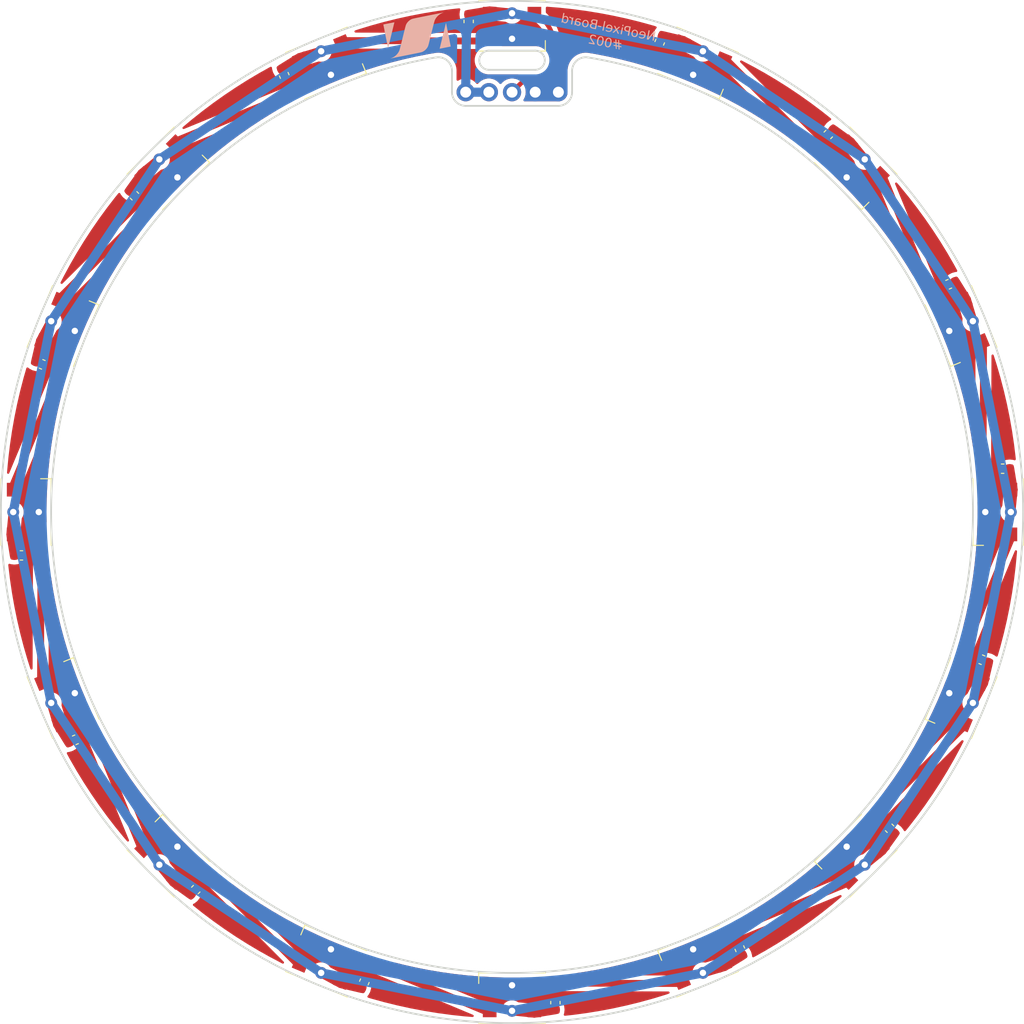
<source format=kicad_pcb>
(kicad_pcb (version 20240108) (generator "pcbnew") (generator_version "8.0")
  (layers (0 "F.Cu" signal) (31 "B.Cu" signal) (34 "B.Paste" user) (35 "F.Paste" user) (36 "B.SilkS" user "B.Silkscreen") (37 "F.SilkS" user "F.Silkscreen") (38 "B.Mask" user) (39 "F.Mask" user) (44 "Edge.Cuts" user))
  (net 0 "")
  (net 1 "+5V")
  (net 2 "GND")
  (net 3 "Net-(D1-DOUT)")
  (net 4 "NeoPixel_PWM")
  (net 5 "Net-(D2-DOUT)")
  (net 6 "Net-(D3-DOUT)")
  (net 7 "Net-(D4-DOUT)")
  (net 8 "Net-(D5-DOUT)")
  (net 9 "Net-(D6-DOUT)")
  (net 10 "Net-(D7-DOUT)")
  (net 11 "Net-(D8-DOUT)")
  (net 12 "Net-(D10-DIN)")
  (net 13 "Net-(D10-DOUT)")
  (net 14 "Net-(D11-DOUT)")
  (net 15 "Net-(D12-DOUT)")
  (net 16 "Net-(D13-DOUT)")
  (net 17 "Net-(D14-DOUT)")
  (net 18 "Net-(D15-DOUT)")
  (footprint "@2024TOINIOT2-NeoPixel:WS2812B 5.0x5.0mm" (layer "F.Cu") (at 37.653436 37.653436 -135)
    (property "Reference" "D11" (hide yes))
    (property "Value" "WS2812B")
    (fp_line (start 3.65 2.75) (end 3.65 1.6) (stroke (width 0.12)) (layer "F.SilkS"))
    (fp_line (start -3.65 2.75) (end 3.65 2.75) (stroke (width 0.12)) (layer "F.SilkS"))
    (fp_line (start -3.65 -2.75) (end 3.65 -2.75) (stroke (width 0.12)) (layer "F.SilkS"))
    (pad "1" smd rect (at -2.45 -1.65 225) (size 1.5 0.9) (layers "F.Cu" "F.Paste" "F.Mask") (net 1 "+5V"))
    (pad "1" thru_hole circle (at 0 -1.399999 225) (size 1.3 1.3) (drill 0.7) (layers "*.Cu" "*.Mask") (net 1 "+5V"))
    (pad "2" smd rect (at -2.45 1.65 225) (size 1.5 0.9) (layers "F.Cu" "F.Paste" "F.Mask") (net 14 "Net-(D11-DOUT)"))
    (pad "3" thru_hole circle (at 0 1.399999 225) (size 1.3 1.3) (drill 0.7) (layers "*.Cu" "*.Mask") (net 2 "GND"))
    (pad "3" smd rect (at 2.45 1.65 225) (size 1.5 0.9) (layers "F.Cu" "F.Paste" "F.Mask") (net 2 "GND"))
    (pad "4" smd rect (at 2.45 -1.65 225) (size 1.5 0.9) (layers "F.Cu" "F.Paste" "F.Mask") (net 13 "Net-(D10-DOUT)"))
  )
  (footprint "@2024TOINIOT2-NeoPixel:WS2812B 5.0x5.0mm" (layer "F.Cu") (at 0 -53.25)
    (property "Reference" "D1" (hide yes))
    (property "Value" "WS2812B")
    (fp_line (start -3.65 -2.75) (end 3.65 -2.75) (stroke (width 0.12)) (layer "F.SilkS"))
    (fp_line (start -3.65 2.75) (end 3.65 2.75) (stroke (width 0.12)) (layer "F.SilkS"))
    (fp_line (start 3.65 2.75) (end 3.65 1.6) (stroke (width 0.12)) (layer "F.SilkS"))
    (pad "1" smd rect (at -2.45 -1.65) (size 1.5 0.9) (layers "F.Cu" "F.Paste" "F.Mask") (net 1 "+5V"))
    (pad "1" thru_hole circle (at 0 -1.4) (size 1.3 1.3) (drill 0.7) (layers "*.Cu" "*.Mask") (net 1 "+5V"))
    (pad "2" smd rect (at -2.45 1.65) (size 1.5 0.9) (layers "F.Cu" "F.Paste" "F.Mask") (net 3 "Net-(D1-DOUT)"))
    (pad "3" thru_hole circle (at 0 1.4) (size 1.3 1.3) (drill 0.7) (layers "*.Cu" "*.Mask") (net 2 "GND"))
    (pad "3" smd rect (at 2.45 1.65) (size 1.5 0.9) (layers "F.Cu" "F.Paste" "F.Mask") (net 2 "GND"))
    (pad "4" smd rect (at 2.45 -1.65) (size 1.5 0.9) (layers "F.Cu" "F.Paste" "F.Mask") (net 4 "NeoPixel_PWM"))
  )
  (footprint "@2024TOINIOT2-NeoPixel:WS2812B 5.0x5.0mm" (layer "F.Cu") (at 53.25 0 -90)
    (property "Reference" "D13" (hide yes))
    (property "Value" "WS2812B")
    (fp_line (start -3.65 2.75) (end 3.65 2.75) (stroke (width 0.12)) (layer "F.SilkS"))
    (fp_line (start 3.65 2.75) (end 3.65 1.6) (stroke (width 0.12)) (layer "F.SilkS"))
    (fp_line (start -3.65 -2.75) (end 3.65 -2.75) (stroke (width 0.12)) (layer "F.SilkS"))
    (pad "1" smd rect (at -2.45 -1.65 270) (size 1.5 0.9) (layers "F.Cu" "F.Paste" "F.Mask") (net 1 "+5V"))
    (pad "1" thru_hole circle (at 0 -1.4 270) (size 1.3 1.3) (drill 0.7) (layers "*.Cu" "*.Mask") (net 1 "+5V"))
    (pad "2" smd rect (at -2.45 1.65 270) (size 1.5 0.9) (layers "F.Cu" "F.Paste" "F.Mask") (net 16 "Net-(D13-DOUT)"))
    (pad "3" thru_hole circle (at 0 1.4 270) (size 1.3 1.3) (drill 0.7) (layers "*.Cu" "*.Mask") (net 2 "GND"))
    (pad "3" smd rect (at 2.45 1.65 270) (size 1.5 0.9) (layers "F.Cu" "F.Paste" "F.Mask") (net 2 "GND"))
    (pad "4" smd rect (at 2.45 -1.65 270) (size 1.5 0.9) (layers "F.Cu" "F.Paste" "F.Mask") (net 15 "Net-(D12-DOUT)"))
  )
  (footprint "Capacitor_SMD:C_0603_1608Metric" (layer "F.Cu") (at 47.840778 -24.957662 22.5)
    (property "Reference" "C14" (hide yes))
    (property "Value" "0.1uF")
    (fp_line (start -0.14058 -0.51) (end 0.14058 -0.51) (stroke (width 0.12)) (layer "F.SilkS"))
    (fp_line (start -0.14058 0.51) (end 0.14058 0.51) (stroke (width 0.12)) (layer "F.SilkS"))
    (pad "1" smd roundrect (at -0.775 0 22.5) (size 0.9 0.95) (layers "F.Cu" "F.Paste" "F.Mask") (net 2 "GND"))
    (pad "2" smd roundrect (at 0.775 0 22.5) (size 0.9 0.95) (layers "F.Cu" "F.Paste" "F.Mask") (net 1 "+5V"))
  )
  (footprint "Capacitor_SMD:C_0603_1608Metric" (layer "F.Cu") (at 53.75 -4.75)
    (property "Reference" "C13" (hide yes))
    (property "Value" "0.1uF")
    (fp_line (start -0.14058 -0.51) (end 0.14058 -0.51) (stroke (width 0.12)) (layer "F.SilkS"))
    (fp_line (start -0.14058 0.51) (end 0.14058 0.51) (stroke (width 0.12)) (layer "F.SilkS"))
    (pad "1" smd roundrect (at -0.775 0) (size 0.9 0.95) (layers "F.Cu" "F.Paste" "F.Mask") (net 2 "GND"))
    (pad "2" smd roundrect (at 0.775 0) (size 0.9 0.95) (layers "F.Cu" "F.Paste" "F.Mask") (net 1 "+5V"))
  )
  (footprint "@2024TOINIOT2-NeoPixel:WS2812B 5.0x5.0mm" (layer "F.Cu") (at -49.196585 -20.377892 67.5)
    (property "Reference" "D4" (hide yes))
    (property "Value" "WS2812B")
    (fp_line (start -3.65 -2.75) (end 3.65 -2.75) (stroke (width 0.12)) (layer "F.SilkS"))
    (fp_line (start -3.65 2.75) (end 3.65 2.75) (stroke (width 0.12)) (layer "F.SilkS"))
    (fp_line (start 3.65 2.75) (end 3.65 1.6) (stroke (width 0.12)) (layer "F.SilkS"))
    (pad "1" smd rect (at -2.45 -1.65 67.5) (size 1.5 0.9) (layers "F.Cu" "F.Paste" "F.Mask") (net 1 "+5V"))
    (pad "1" thru_hole circle (at 0 -1.4 67.5) (size 1.3 1.3) (drill 0.7) (layers "*.Cu" "*.Mask") (net 1 "+5V"))
    (pad "2" smd rect (at -2.45 1.65 67.5) (size 1.5 0.9) (layers "F.Cu" "F.Paste" "F.Mask") (net 7 "Net-(D4-DOUT)"))
    (pad "3" thru_hole circle (at 0 1.4 67.5) (size 1.3 1.3) (drill 0.7) (layers "*.Cu" "*.Mask") (net 2 "GND"))
    (pad "3" smd rect (at 2.45 1.65 67.5) (size 1.5 0.9) (layers "F.Cu" "F.Paste" "F.Mask") (net 2 "GND"))
    (pad "4" smd rect (at 2.45 -1.65 67.5) (size 1.5 0.9) (layers "F.Cu" "F.Paste" "F.Mask") (net 6 "Net-(D3-DOUT)"))
  )
  (footprint "Capacitor_SMD:C_0603_1608Metric" (layer "F.Cu") (at -4.75 -53.75 90)
    (property "Reference" "C1" (hide yes))
    (property "Value" "0.1uF")
    (fp_line (start -0.14058 -0.51) (end 0.14058 -0.51) (stroke (width 0.12)) (layer "F.SilkS"))
    (fp_line (start -0.14058 0.51) (end 0.14058 0.51) (stroke (width 0.12)) (layer "F.SilkS"))
    (pad "1" smd roundrect (at -0.775 0 90) (size 0.9 0.95) (layers "F.Cu" "F.Paste" "F.Mask") (net 2 "GND"))
    (pad "2" smd roundrect (at 0.775 0 90) (size 0.9 0.95) (layers "F.Cu" "F.Paste" "F.Mask") (net 1 "+5V"))
  )
  (footprint "Capacitor_SMD:C_0603_1608Metric" (layer "F.Cu") (at -24.957662 -47.840778 112.5)
    (property "Reference" "C2" (hide yes))
    (property "Value" "0.1uF")
    (fp_line (start -0.14058 -0.51) (end 0.14058 -0.51) (stroke (width 0.12)) (layer "F.SilkS"))
    (fp_line (start -0.14058 0.51) (end 0.14058 0.51) (stroke (width 0.12)) (layer "F.SilkS"))
    (pad "1" smd roundrect (at -0.775 0 112.5) (size 0.9 0.95) (layers "F.Cu" "F.Paste" "F.Mask") (net 2 "GND"))
    (pad "2" smd roundrect (at 0.775 0 112.5) (size 0.9 0.95) (layers "F.Cu" "F.Paste" "F.Mask") (net 1 "+5V"))
  )
  (footprint "Capacitor_SMD:C_0603_1608Metric" (layer "F.Cu") (at -47.840778 24.957662 -157.5)
    (property "Reference" "C6" (hide yes))
    (property "Value" "0.1uF")
    (fp_line (start -0.14058 0.51) (end 0.14058 0.51) (stroke (width 0.12)) (layer "F.SilkS"))
    (fp_line (start -0.14058 -0.51) (end 0.14058 -0.51) (stroke (width 0.12)) (layer "F.SilkS"))
    (pad "1" smd roundrect (at -0.775 0 202.5) (size 0.9 0.95) (layers "F.Cu" "F.Paste" "F.Mask") (net 2 "GND"))
    (pad "2" smd roundrect (at 0.775 0 202.5) (size 0.9 0.95) (layers "F.Cu" "F.Paste" "F.Mask") (net 1 "+5V"))
  )
  (footprint "Capacitor_SMD:C_0603_1608Metric" (layer "F.Cu") (at -41.365746 -34.648232 135)
    (property "Reference" "C3" (hide yes))
    (property "Value" "0.1uF")
    (fp_line (start -0.140581 -0.51) (end 0.140581 -0.51) (stroke (width 0.12)) (layer "F.SilkS"))
    (fp_line (start -0.140581 0.51) (end 0.140581 0.51) (stroke (width 0.12)) (layer "F.SilkS"))
    (pad "1" smd roundrect (at -0.775 0 135) (size 0.9 0.95) (layers "F.Cu" "F.Paste" "F.Mask") (net 2 "GND"))
    (pad "2" smd roundrect (at 0.775 0 135) (size 0.9 0.95) (layers "F.Cu" "F.Paste" "F.Mask") (net 1 "+5V"))
  )
  (footprint "@2024TOINIOT2-NeoPixel:WS2812B 5.0x5.0mm" (layer "F.Cu") (at -37.653436 37.653436 135)
    (property "Reference" "D7" (hide yes))
    (property "Value" "WS2812B")
    (fp_line (start 3.65 2.75) (end 3.65 1.6) (stroke (width 0.12)) (layer "F.SilkS"))
    (fp_line (start -3.65 -2.75) (end 3.65 -2.75) (stroke (width 0.12)) (layer "F.SilkS"))
    (fp_line (start -3.65 2.75) (end 3.65 2.75) (stroke (width 0.12)) (layer "F.SilkS"))
    (pad "1" smd rect (at -2.45 -1.65 135) (size 1.5 0.9) (layers "F.Cu" "F.Paste" "F.Mask") (net 1 "+5V"))
    (pad "1" thru_hole circle (at 0 -1.399999 135) (size 1.3 1.3) (drill 0.7) (layers "*.Cu" "*.Mask") (net 1 "+5V"))
    (pad "2" smd rect (at -2.45 1.65 135) (size 1.5 0.9) (layers "F.Cu" "F.Paste" "F.Mask") (net 10 "Net-(D7-DOUT)"))
    (pad "3" thru_hole circle (at 0 1.399999 135) (size 1.3 1.3) (drill 0.7) (layers "*.Cu" "*.Mask") (net 2 "GND"))
    (pad "3" smd rect (at 2.45 1.65 135) (size 1.5 0.9) (layers "F.Cu" "F.Paste" "F.Mask") (net 2 "GND"))
    (pad "4" smd rect (at 2.45 -1.65 135) (size 1.5 0.9) (layers "F.Cu" "F.Paste" "F.Mask") (net 9 "Net-(D6-DOUT)"))
  )
  (footprint "Capacitor_SMD:C_0603_1608Metric" (layer "F.Cu") (at 4.75 53.75 -90)
    (property "Reference" "C9" (hide yes))
    (property "Value" "0.1uF")
    (fp_line (start -0.14058 0.51) (end 0.14058 0.51) (stroke (width 0.12)) (layer "F.SilkS"))
    (fp_line (start -0.14058 -0.51) (end 0.14058 -0.51) (stroke (width 0.12)) (layer "F.SilkS"))
    (pad "1" smd roundrect (at -0.775 0 270) (size 0.9 0.95) (layers "F.Cu" "F.Paste" "F.Mask") (net 2 "GND"))
    (pad "2" smd roundrect (at 0.775 0 270) (size 0.9 0.95) (layers "F.Cu" "F.Paste" "F.Mask") (net 1 "+5V"))
  )
  (footprint "@2024TOINIOT2-NeoPixel:WS2812B 5.0x5.0mm" (layer "F.Cu") (at 37.653436 -37.653436 -45)
    (property "Reference" "D15" (hide yes))
    (property "Value" "WS2812B")
    (fp_line (start -3.65 2.75) (end 3.65 2.75) (stroke (width 0.12)) (layer "F.SilkS"))
    (fp_line (start -3.65 -2.75) (end 3.65 -2.75) (stroke (width 0.12)) (layer "F.SilkS"))
    (fp_line (start 3.65 2.75) (end 3.65 1.6) (stroke (width 0.12)) (layer "F.SilkS"))
    (pad "1" smd rect (at -2.45 -1.65 315) (size 1.5 0.9) (layers "F.Cu" "F.Paste" "F.Mask") (net 1 "+5V"))
    (pad "1" thru_hole circle (at 0 -1.399999 315) (size 1.3 1.3) (drill 0.7) (layers "*.Cu" "*.Mask") (net 1 "+5V"))
    (pad "2" smd rect (at -2.45 1.65 315) (size 1.5 0.9) (layers "F.Cu" "F.Paste" "F.Mask") (net 18 "Net-(D15-DOUT)"))
    (pad "3" thru_hole circle (at 0 1.399999 315) (size 1.3 1.3) (drill 0.7) (layers "*.Cu" "*.Mask") (net 2 "GND"))
    (pad "3" smd rect (at 2.45 1.65 315) (size 1.5 0.9) (layers "F.Cu" "F.Paste" "F.Mask") (net 2 "GND"))
    (pad "4" smd rect (at 2.45 -1.65 315) (size 1.5 0.9) (layers "F.Cu" "F.Paste" "F.Mask") (net 17 "Net-(D14-DOUT)"))
  )
  (footprint "@2024TOINIOT2-NeoPixel:WS2812B 5.0x5.0mm" (layer "F.Cu") (at -49.196585 20.377892 112.5)
    (property "Reference" "D6" (hide yes))
    (property "Value" "WS2812B")
    (fp_line (start -3.65 -2.75) (end 3.65 -2.75) (stroke (width 0.12)) (layer "F.SilkS"))
    (fp_line (start 3.65 2.75) (end 3.65 1.6) (stroke (width 0.12)) (layer "F.SilkS"))
    (fp_line (start -3.65 2.75) (end 3.65 2.75) (stroke (width 0.12)) (layer "F.SilkS"))
    (pad "1" smd rect (at -2.45 -1.65 112.5) (size 1.5 0.9) (layers "F.Cu" "F.Paste" "F.Mask") (net 1 "+5V"))
    (pad "1" thru_hole circle (at 0 -1.4 112.5) (size 1.3 1.3) (drill 0.7) (layers "*.Cu" "*.Mask") (net 1 "+5V"))
    (pad "2" smd rect (at -2.45 1.65 112.5) (size 1.5 0.9) (layers "F.Cu" "F.Paste" "F.Mask") (net 9 "Net-(D6-DOUT)"))
    (pad "3" thru_hole circle (at 0 1.4 112.5) (size 1.3 1.3) (drill 0.7) (layers "*.Cu" "*.Mask") (net 2 "GND"))
    (pad "3" smd rect (at 2.45 1.65 112.5) (size 1.5 0.9) (layers "F.Cu" "F.Paste" "F.Mask") (net 2 "GND"))
    (pad "4" smd rect (at 2.45 -1.65 112.5) (size 1.5 0.9) (layers "F.Cu" "F.Paste" "F.Mask") (net 8 "Net-(D5-DOUT)"))
  )
  (footprint "@2024TOINIOT2-NeoPixel:WS2812B 5.0x5.0mm" (layer "F.Cu") (at 49.196585 20.377892 -112.5)
    (property "Reference" "D12" (hide yes))
    (property "Value" "WS2812B")
    (fp_line (start 3.65 2.75) (end 3.65 1.6) (stroke (width 0.12)) (layer "F.SilkS"))
    (fp_line (start -3.65 2.75) (end 3.65 2.75) (stroke (width 0.12)) (layer "F.SilkS"))
    (fp_line (start -3.65 -2.75) (end 3.65 -2.75) (stroke (width 0.12)) (layer "F.SilkS"))
    (pad "1" smd rect (at -2.45 -1.65 247.5) (size 1.5 0.9) (layers "F.Cu" "F.Paste" "F.Mask") (net 1 "+5V"))
    (pad "1" thru_hole circle (at 0 -1.4 247.5) (size 1.3 1.3) (drill 0.7) (layers "*.Cu" "*.Mask") (net 1 "+5V"))
    (pad "2" smd rect (at -2.45 1.65 247.5) (size 1.5 0.9) (layers "F.Cu" "F.Paste" "F.Mask") (net 15 "Net-(D12-DOUT)"))
    (pad "3" thru_hole circle (at 0 1.4 247.5) (size 1.3 1.3) (drill 0.7) (layers "*.Cu" "*.Mask") (net 2 "GND"))
    (pad "3" smd rect (at 2.45 1.65 247.5) (size 1.5 0.9) (layers "F.Cu" "F.Paste" "F.Mask") (net 2 "GND"))
    (pad "4" smd rect (at 2.45 -1.65 247.5) (size 1.5 0.9) (layers "F.Cu" "F.Paste" "F.Mask") (net 14 "Net-(D11-DOUT)"))
  )
  (footprint "Capacitor_SMD:C_0603_1608Metric" (layer "F.Cu") (at 41.365746 34.648232 -45)
    (property "Reference" "C11" (hide yes))
    (property "Value" "0.1uF")
    (fp_line (start -0.140581 0.51) (end 0.140581 0.51) (stroke (width 0.12)) (layer "F.SilkS"))
    (fp_line (start -0.140581 -0.51) (end 0.140581 -0.51) (stroke (width 0.12)) (layer "F.SilkS"))
    (pad "1" smd roundrect (at -0.775 0 315) (size 0.9 0.95) (layers "F.Cu" "F.Paste" "F.Mask") (net 2 "GND"))
    (pad "2" smd roundrect (at 0.775 0 315) (size 0.9 0.95) (layers "F.Cu" "F.Paste" "F.Mask") (net 1 "+5V"))
  )
  (footprint "@2024TOINIOT2-NeoPixel:WS2812B 5.0x5.0mm" (layer "F.Cu") (at -53.25 0 90)
    (property "Reference" "D5" (hide yes))
    (property "Value" "WS2812B")
    (fp_line (start -3.65 -2.75) (end 3.65 -2.75) (stroke (width 0.12)) (layer "F.SilkS"))
    (fp_line (start 3.65 2.75) (end 3.65 1.6) (stroke (width 0.12)) (layer "F.SilkS"))
    (fp_line (start -3.65 2.75) (end 3.65 2.75) (stroke (width 0.12)) (layer "F.SilkS"))
    (pad "1" smd rect (at -2.45 -1.65 90) (size 1.5 0.9) (layers "F.Cu" "F.Paste" "F.Mask") (net 1 "+5V"))
    (pad "1" thru_hole circle (at 0 -1.4 90) (size 1.3 1.3) (drill 0.7) (layers "*.Cu" "*.Mask") (net 1 "+5V"))
    (pad "2" smd rect (at -2.45 1.65 90) (size 1.5 0.9) (layers "F.Cu" "F.Paste" "F.Mask") (net 8 "Net-(D5-DOUT)"))
    (pad "3" thru_hole circle (at 0 1.4 90) (size 1.3 1.3) (drill 0.7) (layers "*.Cu" "*.Mask") (net 2 "GND"))
    (pad "3" smd rect (at 2.45 1.65 90) (size 1.5 0.9) (layers "F.Cu" "F.Paste" "F.Mask") (net 2 "GND"))
    (pad "4" smd rect (at 2.45 -1.65 90) (size 1.5 0.9) (layers "F.Cu" "F.Paste" "F.Mask") (net 7 "Net-(D4-DOUT)"))
  )
  (footprint "Capacitor_SMD:C_0603_1608Metric" (layer "F.Cu") (at 34.648232 -41.365746 45)
    (property "Reference" "C15" (hide yes))
    (property "Value" "0.1uF")
    (fp_line (start -0.140581 -0.51) (end 0.140581 -0.51) (stroke (width 0.12)) (layer "F.SilkS"))
    (fp_line (start -0.140581 0.51) (end 0.140581 0.51) (stroke (width 0.12)) (layer "F.SilkS"))
    (pad "1" smd roundrect (at -0.775 0 45) (size 0.9 0.95) (layers "F.Cu" "F.Paste" "F.Mask") (net 2 "GND"))
    (pad "2" smd roundrect (at 0.775 0 45) (size 0.9 0.95) (layers "F.Cu" "F.Paste" "F.Mask") (net 1 "+5V"))
  )
  (footprint "Capacitor_SMD:C_0603_1608Metric" (layer "F.Cu") (at -16.180806 51.47627 -112.5)
    (property "Reference" "C8" (hide yes))
    (property "Value" "0.1uF")
    (fp_line (start -0.14058 0.51) (end 0.14058 0.51) (stroke (width 0.12)) (layer "F.SilkS"))
    (fp_line (start -0.14058 -0.51) (end 0.14058 -0.51) (stroke (width 0.12)) (layer "F.SilkS"))
    (pad "1" smd roundrect (at -0.775 0 247.5) (size 0.9 0.95) (layers "F.Cu" "F.Paste" "F.Mask") (net 2 "GND"))
    (pad "2" smd roundrect (at 0.775 0 247.5) (size 0.9 0.95) (layers "F.Cu" "F.Paste" "F.Mask") (net 1 "+5V"))
  )
  (footprint "@2024TOINIOT2-NeoPixel:WS2812B 5.0x5.0mm" (layer "F.Cu") (at 20.377892 -49.196585 -22.5)
    (property "Reference" "D16" (hide yes))
    (property "Value" "WS2812B")
    (fp_line (start -3.65 2.75) (end 3.65 2.75) (stroke (width 0.12)) (layer "F.SilkS"))
    (fp_line (start -3.65 -2.75) (end 3.65 -2.75) (stroke (width 0.12)) (layer "F.SilkS"))
    (fp_line (start 3.65 2.75) (end 3.65 1.6) (stroke (width 0.12)) (layer "F.SilkS"))
    (pad "1" smd rect (at -2.45 -1.65 337.5) (size 1.5 0.9) (layers "F.Cu" "F.Paste" "F.Mask") (net 1 "+5V"))
    (pad "1" thru_hole circle (at 0 -1.4 337.5) (size 1.3 1.3) (drill 0.7) (layers "*.Cu" "*.Mask") (net 1 "+5V"))
    (pad "2" smd rect (at -2.45 1.65 337.5) (size 1.5 0.9) (layers "F.Cu" "F.Paste" "F.Mask"))
    (pad "3" thru_hole circle (at 0 1.4 337.5) (size 1.3 1.3) (drill 0.7) (layers "*.Cu" "*.Mask") (net 2 "GND"))
    (pad "3" smd rect (at 2.45 1.65 337.5) (size 1.5 0.9) (layers "F.Cu" "F.Paste" "F.Mask") (net 2 "GND"))
    (pad "4" smd rect (at 2.45 -1.65 337.5) (size 1.5 0.9) (layers "F.Cu" "F.Paste" "F.Mask") (net 18 "Net-(D15-DOUT)"))
  )
  (footprint "Capacitor_SMD:C_0603_1608Metric" (layer "F.Cu") (at -34.648232 41.365746 -135)
    (property "Reference" "C7" (hide yes))
    (property "Value" "0.1uF")
    (fp_line (start -0.140581 0.51) (end 0.140581 0.51) (stroke (width 0.12)) (layer "F.SilkS"))
    (fp_line (start -0.140581 -0.51) (end 0.140581 -0.51) (stroke (width 0.12)) (layer "F.SilkS"))
    (pad "1" smd roundrect (at -0.775 0 225) (size 0.9 0.95) (layers "F.Cu" "F.Paste" "F.Mask") (net 2 "GND"))
    (pad "2" smd roundrect (at 0.775 0 225) (size 0.9 0.95) (layers "F.Cu" "F.Paste" "F.Mask") (net 1 "+5V"))
  )
  (footprint "@2024TOINIOT2-NeoPixel:WS2812B 5.0x5.0mm" (layer "F.Cu") (at -20.377892 49.196585 157.5)
    (property "Reference" "D8" (hide yes))
    (property "Value" "WS2812B")
    (fp_line (start 3.65 2.75) (end 3.65 1.6) (stroke (width 0.12)) (layer "F.SilkS"))
    (fp_line (start -3.65 -2.75) (end 3.65 -2.75) (stroke (width 0.12)) (layer "F.SilkS"))
    (fp_line (start -3.65 2.75) (end 3.65 2.75) (stroke (width 0.12)) (layer "F.SilkS"))
    (pad "1" smd rect (at -2.45 -1.65 157.5) (size 1.5 0.9) (layers "F.Cu" "F.Paste" "F.Mask") (net 1 "+5V"))
    (pad "1" thru_hole circle (at 0 -1.4 157.5) (size 1.3 1.3) (drill 0.7) (layers "*.Cu" "*.Mask") (net 1 "+5V"))
    (pad "2" smd rect (at -2.45 1.65 157.5) (size 1.5 0.9) (layers "F.Cu" "F.Paste" "F.Mask") (net 11 "Net-(D8-DOUT)"))
    (pad "3" thru_hole circle (at 0 1.4 157.5) (size 1.3 1.3) (drill 0.7) (layers "*.Cu" "*.Mask") (net 2 "GND"))
    (pad "3" smd rect (at 2.45 1.65 157.5) (size 1.5 0.9) (layers "F.Cu" "F.Paste" "F.Mask") (net 2 "GND"))
    (pad "4" smd rect (at 2.45 -1.65 157.5) (size 1.5 0.9) (layers "F.Cu" "F.Paste" "F.Mask") (net 10 "Net-(D7-DOUT)"))
  )
  (footprint "@2024TOINIOT2-NeoPixel:WS2812B 5.0x5.0mm" (layer "F.Cu") (at -37.653436 -37.653436 45)
    (property "Reference" "D3" (hide yes))
    (property "Value" "WS2812B")
    (fp_line (start -3.65 -2.75) (end 3.65 -2.75) (stroke (width 0.12)) (layer "F.SilkS"))
    (fp_line (start -3.65 2.75) (end 3.65 2.75) (stroke (width 0.12)) (layer "F.SilkS"))
    (fp_line (start 3.65 2.75) (end 3.65 1.6) (stroke (width 0.12)) (layer "F.SilkS"))
    (pad "1" smd rect (at -2.45 -1.65 45) (size 1.5 0.9) (layers "F.Cu" "F.Paste" "F.Mask") (net 1 "+5V"))
    (pad "1" thru_hole circle (at 0 -1.399999 45) (size 1.3 1.3) (drill 0.7) (layers "*.Cu" "*.Mask") (net 1 "+5V"))
    (pad "2" smd rect (at -2.45 1.65 45) (size 1.5 0.9) (layers "F.Cu" "F.Paste" "F.Mask") (net 6 "Net-(D3-DOUT)"))
    (pad "3" thru_hole circle (at 0 1.399999 45) (size 1.3 1.3) (drill 0.7) (layers "*.Cu" "*.Mask") (net 2 "GND"))
    (pad "3" smd rect (at 2.45 1.65 45) (size 1.5 0.9) (layers "F.Cu" "F.Paste" "F.Mask") (net 2 "GND"))
    (pad "4" smd rect (at 2.45 -1.65 45) (size 1.5 0.9) (layers "F.Cu" "F.Paste" "F.Mask") (net 5 "Net-(D2-DOUT)"))
  )
  (footprint "Capacitor_SMD:C_0603_1608Metric" (layer "F.Cu") (at 51.47627 16.180806 -22.5)
    (property "Reference" "C12" (hide yes))
    (property "Value" "0.1uF")
    (fp_line (start -0.14058 0.51) (end 0.14058 0.51) (stroke (width 0.12)) (layer "F.SilkS"))
    (fp_line (start -0.14058 -0.51) (end 0.14058 -0.51) (stroke (width 0.12)) (layer "F.SilkS"))
    (pad "1" smd roundrect (at -0.775 0 337.5) (size 0.9 0.95) (layers "F.Cu" "F.Paste" "F.Mask") (net 2 "GND"))
    (pad "2" smd roundrect (at 0.775 0 337.5) (size 0.9 0.95) (layers "F.Cu" "F.Paste" "F.Mask") (net 1 "+5V"))
  )
  (footprint "@2024TOINIOT2-NeoPixel:WS2812B 5.0x5.0mm" (layer "F.Cu") (at -20.377892 -49.196585 22.5)
    (property "Reference" "D2" (hide yes))
    (property "Value" "WS2812B")
    (fp_line (start -3.65 -2.75) (end 3.65 -2.75) (stroke (width 0.12)) (layer "F.SilkS"))
    (fp_line (start -3.65 2.75) (end 3.65 2.75) (stroke (width 0.12)) (layer "F.SilkS"))
    (fp_line (start 3.65 2.75) (end 3.65 1.6) (stroke (width 0.12)) (layer "F.SilkS"))
    (pad "1" smd rect (at -2.45 -1.65 22.5) (size 1.5 0.9) (layers "F.Cu" "F.Paste" "F.Mask") (net 1 "+5V"))
    (pad "1" thru_hole circle (at 0 -1.4 22.5) (size 1.3 1.3) (drill 0.7) (layers "*.Cu" "*.Mask") (net 1 "+5V"))
    (pad "2" smd rect (at -2.45 1.65 22.5) (size 1.5 0.9) (layers "F.Cu" "F.Paste" "F.Mask") (net 5 "Net-(D2-DOUT)"))
    (pad "3" thru_hole circle (at 0 1.4 22.5) (size 1.3 1.3) (drill 0.7) (layers "*.Cu" "*.Mask") (net 2 "GND"))
    (pad "3" smd rect (at 2.45 1.65 22.5) (size 1.5 0.9) (layers "F.Cu" "F.Paste" "F.Mask") (net 2 "GND"))
    (pad "4" smd rect (at 2.45 -1.65 22.5) (size 1.5 0.9) (layers "F.Cu" "F.Paste" "F.Mask") (net 3 "Net-(D1-DOUT)"))
  )
  (footprint "@2024TOINIOT2-NeoPixel:WS2812B 5.0x5.0mm" (layer "F.Cu") (at 20.377892 49.196585 -157.5)
    (property "Reference" "D10" (hide yes))
    (property "Value" "WS2812B")
    (fp_line (start 3.65 2.75) (end 3.65 1.6) (stroke (width 0.12)) (layer "F.SilkS"))
    (fp_line (start -3.65 2.75) (end 3.65 2.75) (stroke (width 0.12)) (layer "F.SilkS"))
    (fp_line (start -3.65 -2.75) (end 3.65 -2.75) (stroke (width 0.12)) (layer "F.SilkS"))
    (pad "1" smd rect (at -2.45 -1.65 202.5) (size 1.5 0.9) (layers "F.Cu" "F.Paste" "F.Mask") (net 1 "+5V"))
    (pad "1" thru_hole circle (at 0 -1.4 202.5) (size 1.3 1.3) (drill 0.7) (layers "*.Cu" "*.Mask") (net 1 "+5V"))
    (pad "2" smd rect (at -2.45 1.65 202.5) (size 1.5 0.9) (layers "F.Cu" "F.Paste" "F.Mask") (net 13 "Net-(D10-DOUT)"))
    (pad "3" thru_hole circle (at 0 1.4 202.5) (size 1.3 1.3) (drill 0.7) (layers "*.Cu" "*.Mask") (net 2 "GND"))
    (pad "3" smd rect (at 2.45 1.65 202.5) (size 1.5 0.9) (layers "F.Cu" "F.Paste" "F.Mask") (net 2 "GND"))
    (pad "4" smd rect (at 2.45 -1.65 202.5) (size 1.5 0.9) (layers "F.Cu" "F.Paste" "F.Mask") (net 12 "Net-(D10-DIN)"))
  )
  (footprint "@2024TOINIOT2-NeoPixel:WS2812B 5.0x5.0mm" (layer "F.Cu") (at 49.196585 -20.377892 -67.5)
    (property "Reference" "D14" (hide yes))
    (property "Value" "WS2812B")
    (fp_line (start -3.65 2.75) (end 3.65 2.75) (stroke (width 0.12)) (layer "F.SilkS"))
    (fp_line (start 3.65 2.75) (end 3.65 1.6) (stroke (width 0.12)) (layer "F.SilkS"))
    (fp_line (start -3.65 -2.75) (end 3.65 -2.75) (stroke (width 0.12)) (layer "F.SilkS"))
    (pad "1" smd rect (at -2.45 -1.65 292.5) (size 1.5 0.9) (layers "F.Cu" "F.Paste" "F.Mask") (net 1 "+5V"))
    (pad "1" thru_hole circle (at 0 -1.4 292.5) (size 1.3 1.3) (drill 0.7) (layers "*.Cu" "*.Mask") (net 1 "+5V"))
    (pad "2" smd rect (at -2.45 1.65 292.5) (size 1.5 0.9) (layers "F.Cu" "F.Paste" "F.Mask") (net 17 "Net-(D14-DOUT)"))
    (pad "3" thru_hole circle (at 0 1.4 292.5) (size 1.3 1.3) (drill 0.7) (layers "*.Cu" "*.Mask") (net 2 "GND"))
    (pad "3" smd rect (at 2.45 1.65 292.5) (size 1.5 0.9) (layers "F.Cu" "F.Paste" "F.Mask") (net 2 "GND"))
    (pad "4" smd rect (at 2.45 -1.65 292.5) (size 1.5 0.9) (layers "F.Cu" "F.Paste" "F.Mask") (net 16 "Net-(D13-DOUT)"))
  )
  (footprint "@2024TOINIOT2-NeoPixel:Connector" (layer "F.Cu") (at 0 -46)
    (property "Reference" "J1" (hide yes))
    (property "Value" "Conn_01x05_Pin")
    (pad "1" thru_hole oval (at -5.08 0) (size 2 2) (drill oval 1.2) (layers "*.Cu" "*.Mask") (net 1 "+5V"))
    (pad "2" thru_hole oval (at -2.54 0) (size 2 2) (drill oval 1.2) (layers "*.Cu" "*.Mask") (net 1 "+5V"))
    (pad "3" thru_hole oval (at 0 0) (size 2 2) (drill oval 1.2) (layers "*.Cu" "*.Mask") (net 4 "NeoPixel_PWM"))
    (pad "4" thru_hole circle (at 2.54 0) (size 2 2) (drill oval 1.2) (layers "*.Cu" "*.Mask") (net 2 "GND"))
    (pad "5" thru_hole circle (at 5.08 0) (size 2 2) (drill oval 1.2) (layers "*.Cu" "*.Mask") (net 2 "GND"))
  )
  (footprint "@2024TOINIOT2-NeoPixel:WS2812B 5.0x5.0mm" (layer "F.Cu") (at 0 53.25 180)
    (property "Reference" "D9" (hide yes))
    (property "Value" "WS2812B")
    (fp_line (start 3.65 2.75) (end 3.65 1.6) (stroke (width 0.12)) (layer "F.SilkS"))
    (fp_line (start -3.65 2.75) (end 3.65 2.75) (stroke (width 0.12)) (layer "F.SilkS"))
    (fp_line (start -3.65 -2.75) (end 3.65 -2.75) (stroke (width 0.12)) (layer "F.SilkS"))
    (pad "1" smd rect (at -2.45 -1.65 180) (size 1.5 0.9) (layers "F.Cu" "F.Paste" "F.Mask") (net 1 "+5V"))
    (pad "1" thru_hole circle (at 0 -1.4 180) (size 1.3 1.3) (drill 0.7) (layers "*.Cu" "*.Mask") (net 1 "+5V"))
    (pad "2" smd rect (at -2.45 1.65 180) (size 1.5 0.9) (layers "F.Cu" "F.Paste" "F.Mask") (net 12 "Net-(D10-DIN)"))
    (pad "3" thru_hole circle (at 0 1.4 180) (size 1.3 1.3) (drill 0.7) (layers "*.Cu" "*.Mask") (net 2 "GND"))
    (pad "3" smd rect (at 2.45 1.65 180) (size 1.5 0.9) (layers "F.Cu" "F.Paste" "F.Mask") (net 2 "GND"))
    (pad "4" smd rect (at 2.45 -1.65 180) (size 1.5 0.9) (layers "F.Cu" "F.Paste" "F.Mask") (net 11 "Net-(D8-DOUT)"))
  )
  (footprint "Capacitor_SMD:C_0603_1608Metric" (layer "F.Cu") (at -53.75 4.75 180)
    (property "Reference" "C5" (hide yes))
    (property "Value" "0.1uF")
    (fp_line (start -0.14058 0.51) (end 0.14058 0.51) (stroke (width 0.12)) (layer "F.SilkS"))
    (fp_line (start -0.14058 -0.51) (end 0.14058 -0.51) (stroke (width 0.12)) (layer "F.SilkS"))
    (pad "1" smd roundrect (at -0.775 0 180) (size 0.9 0.95) (layers "F.Cu" "F.Paste" "F.Mask") (net 2 "GND"))
    (pad "2" smd roundrect (at 0.775 0 180) (size 0.9 0.95) (layers "F.Cu" "F.Paste" "F.Mask") (net 1 "+5V"))
  )
  (footprint "Capacitor_SMD:C_0603_1608Metric" (layer "F.Cu") (at 16.180806 -51.47627 67.5)
    (property "Reference" "C16" (hide yes))
    (property "Value" "0.1uF")
    (fp_line (start -0.14058 -0.51) (end 0.14058 -0.51) (stroke (width 0.12)) (layer "F.SilkS"))
    (fp_line (start -0.14058 0.51) (end 0.14058 0.51) (stroke (width 0.12)) (layer "F.SilkS"))
    (pad "1" smd roundrect (at -0.775 0 67.5) (size 0.9 0.95) (layers "F.Cu" "F.Paste" "F.Mask") (net 2 "GND"))
    (pad "2" smd roundrect (at 0.775 0 67.5) (size 0.9 0.95) (layers "F.Cu" "F.Paste" "F.Mask") (net 1 "+5V"))
  )
  (footprint "Capacitor_SMD:C_0603_1608Metric" (layer "F.Cu") (at -51.47627 -16.180806 157.5)
    (property "Reference" "C4" (hide yes))
    (property "Value" "0.1uF")
    (fp_line (start -0.14058 -0.51) (end 0.14058 -0.51) (stroke (width 0.12)) (layer "F.SilkS"))
    (fp_line (start -0.14058 0.51) (end 0.14058 0.51) (stroke (width 0.12)) (layer "F.SilkS"))
    (pad "1" smd roundrect (at -0.775 0 157.5) (size 0.9 0.95) (layers "F.Cu" "F.Paste" "F.Mask") (net 2 "GND"))
    (pad "2" smd roundrect (at 0.775 0 157.5) (size 0.9 0.95) (layers "F.Cu" "F.Paste" "F.Mask") (net 1 "+5V"))
  )
  (footprint "Capacitor_SMD:C_0603_1608Metric" (layer "F.Cu") (at 24.957662 47.840778 -67.5)
    (property "Reference" "C10" (hide yes))
    (property "Value" "0.1uF")
    (fp_line (start -0.14058 0.51) (end 0.14058 0.51) (stroke (width 0.12)) (layer "F.SilkS"))
    (fp_line (start -0.14058 -0.51) (end 0.14058 -0.51) (stroke (width 0.12)) (layer "F.SilkS"))
    (pad "1" smd roundrect (at -0.775 0 292.5) (size 0.9 0.95) (layers "F.Cu" "F.Paste" "F.Mask") (net 2 "GND"))
    (pad "2" smd roundrect (at 0.775 0 292.5) (size 0.9 0.95) (layers "F.Cu" "F.Paste" "F.Mask") (net 1 "+5V"))
  )
  (gr_poly (pts (xy -7.542389 -52.358089) (xy -7.782799 -51.375077) (xy -7.909464 -50.858187) (xy -7.93288 -50.762528) (xy -6.715655 -51.004649) (xy -6.974982 -52.308374) (xy -7.16106 -53.239104) (xy -7.215953 -53.509901) (xy -7.236322 -53.605944)) (stroke (width -0.000001)) (fill solid) (layer "B.SilkS"))
  (gr_poly (pts (xy -9.709943 -54.292493) (xy -10.367587 -54.158785) (xy -10.589704 -54.112206) (xy -10.751606 -54.076875) (xy -10.861488 -54.05109) (xy -10.927541 -54.03315) (xy -10.955639 -54.023732) (xy -10.984433 -54.012624) (xy -11.013795 -53.999913) (xy -11.043598 -53.985686) (xy -11.07371 -53.970026) (xy -11.104002 -53.953021) (xy -11.134344 -53.934755) (xy -11.164608 -53.915317) (xy -11.194664 -53.894789) (xy -11.224382 -53.873259) (xy -11.253634 -53.850812) (xy -11.282289 -53.827535) (xy -11.310218 -53.803512) (xy -11.337293 -53.778831) (xy -11.363383 -53.753576) (xy -11.388359 -53.727833) (xy -11.40635 -53.708259) (xy -11.424011 -53.68822) (xy -11.441302 -53.667777) (xy -11.458183 -53.646991) (xy -11.474613 -53.625922) (xy -11.490552 -53.604629) (xy -11.50596 -53.583174) (xy -11.520799 -53.561615) (xy -11.535025 -53.540014) (xy -11.5486 -53.51843) (xy -11.561483 -53.496923) (xy -11.573634 -53.475554) (xy -11.585013 -53.454383) (xy -11.59558 -53.43347) (xy -11.605294 -53.412875) (xy -11.614116 -53.392658) (xy -11.631384 -53.347987) (xy -11.650808 -53.288817) (xy -11.707859 -53.081854) (xy -11.808724 -52.681521) (xy -11.976862 -51.997567) (xy -12.070198 -51.617361) (xy -12.146276 -51.31042) (xy -12.207488 -51.067766) (xy -12.256233 -50.880418) (xy -12.294906 -50.739402) (xy -12.311213 -50.683461) (xy -12.325901 -50.635737) (xy -12.339268 -50.595105) (xy -12.351614 -50.560443) (xy -12.363238 -50.530632) (xy -12.374442 -50.504546) (xy -12.384258 -50.483519) (xy -12.39495 -50.461986) (xy -12.406461 -50.440029) (xy -12.418741 -50.417731) (xy -12.431734 -50.395176) (xy -12.445388 -50.372446) (xy -12.459649 -50.349623) (xy -12.474461 -50.326792) (xy -12.489773 -50.304033) (xy -12.505532 -50.281431) (xy -12.521683 -50.259069) (xy -12.538171 -50.237028) (xy -12.554946 -50.215391) (xy -12.571951 -50.194243) (xy -12.589134 -50.173666) (xy -12.606441 -50.153741) (xy -12.629856 -50.127893) (xy -12.653819 -50.102594) (xy -12.6783 -50.077867) (xy -12.703273 -50.053736) (xy -12.728709 -50.030222) (xy -12.754578 -50.007351) (xy -12.780852 -49.985142) (xy -12.807503 -49.963622) (xy -12.834501 -49.942813) (xy -12.861819 -49.922737) (xy -12.889427 -49.903418) (xy -12.917297 -49.884879) (xy -12.945401 -49.867143) (xy -12.97371 -49.850232) (xy -13.002196 -49.834171) (xy -13.030829 -49.818981) (xy -13.055927 -49.806244) (xy -13.079772 -49.794561) (xy -13.103378 -49.78349) (xy -13.127754 -49.772591) (xy -13.153914 -49.76142) (xy -13.182872 -49.749538) (xy -13.253223 -49.72187) (xy -13.346799 -49.685992) (xy -11.814298 -49.992264) (xy -10.791739 -50.19704) (xy -10.459465 -50.264381) (xy -10.221797 -50.313573) (xy -10.132644 -50.332587) (xy -10.060188 -50.348531) (xy -10.002109 -50.361893) (xy -9.956088 -50.373165) (xy -9.91981 -50.382833) (xy -9.890952 -50.391389) (xy -9.867198 -50.399321) (xy -9.84623 -50.407117) (xy -9.828422 -50.414321) (xy -9.810112 -50.42232) (xy -9.791372 -50.431068) (xy -9.772276 -50.44052) (xy -9.733303 -50.461358) (xy -9.693777 -50.484471) (xy -9.654277 -50.509502) (xy -9.615386 -50.536089) (xy -9.577686 -50.563873) (xy -9.541758 -50.592492) (xy -9.514604 -50.615728) (xy -9.487951 -50.639951) (xy -9.461865 -50.665073) (xy -9.436417 -50.691004) (xy -9.411673 -50.717654) (xy -9.3877 -50.744936) (xy -9.364565 -50.772759) (xy -9.342337 -50.801033) (xy -9.321084 -50.829671) (xy -9.300873 -50.858581) (xy -9.28177 -50.887676) (xy -9.263845 -50.916865) (xy -9.247164 -50.94606) (xy -9.231795 -50.97517) (xy -9.217805 -51.004108) (xy -9.205264 -51.032783) (xy -9.187997 -51.077669) (xy -9.169256 -51.133964) (xy -9.146818 -51.210156) (xy -9.118461 -51.314735) (xy -9.035094 -51.643004) (xy -8.901371 -52.186685) (xy -8.709795 -52.965167) (xy -8.587328 -53.452313) (xy -8.561078 -53.551182) (xy -8.531792 -53.656827) (xy -8.504737 -53.75063) (xy -8.493692 -53.787274) (xy -8.485178 -53.813976) (xy -8.473129 -53.848337) (xy -8.461049 -53.880193) (xy -8.44858 -53.910304) (xy -8.442087 -53.924945) (xy -8.435363 -53.939435) (xy -8.428363 -53.953871) (xy -8.421041 -53.968347) (xy -8.405256 -53.997804) (xy -8.387647 -54.028567) (xy -8.367858 -54.061399) (xy -8.340543 -54.104158) (xy -8.311734 -54.14603) (xy -8.281493 -54.186957) (xy -8.249885 -54.226881) (xy -8.216968 -54.265743) (xy -8.182807 -54.303486) (xy -8.147463 -54.340051) (xy -8.110998 -54.375379) (xy -8.073476 -54.409414) (xy -8.034956 -54.442095) (xy -7.995504 -54.473367) (xy -7.955179 -54.50317) (xy -7.914044 -54.531445) (xy -7.872163 -54.558134) (xy -7.829596 -54.583181) (xy -7.786406 -54.606526) (xy -7.763963 -54.617922) (xy -7.741043 -54.629054) (xy -7.717126 -54.64014) (xy -7.691696 -54.651397) (xy -7.664236 -54.663041) (xy -7.634228 -54.675288) (xy -7.564497 -54.702461) (xy -7.470921 -54.73834) (xy -8.713127 -54.491609)) (stroke (width -0.000001)) (fill solid) (layer "B.SilkS"))
  (gr_poly (pts (xy -13.84322 -52.11838) (xy -13.708636 -51.443729) (xy -13.6295 -51.050037) (xy -13.606293 -50.936744) (xy -13.591628 -50.867524) (xy -13.583734 -50.833655) (xy -13.581772 -50.82725) (xy -13.58119 -50.826203) (xy -13.580837 -50.826412) (xy -13.46543 -51.295023) (xy -13.273658 -52.079524) (xy -13.040544 -53.03231) (xy -12.922633 -53.513648) (xy -12.908773 -53.570072) (xy -12.897531 -53.616432) (xy -12.890016 -53.647955) (xy -12.887334 -53.659869) (xy -13.065989 -53.625637) (xy -13.494906 -53.540814) (xy -14.102134 -53.420029)) (stroke (width -0.000001)) (fill solid) (layer "B.SilkS"))
  (gr_arc (start 6.58 -48.329222) (mid 7.110727 -49.473997) (end 8.327347 -49.808688) (stroke (width 0.2)) (layer "Edge.Cuts"))
  (gr_arc (start -5.08 -44.500001) (mid -6.14066 -44.939341) (end -6.58 -46.000001) (stroke (width 0.2)) (layer "Edge.Cuts"))
  (gr_circle (center 0 0) (end -56.000001 0) (stroke (width 0.2)) (fill none) (layer "Edge.Cuts"))
  (gr_line (start 6.58 -48.329222) (end 6.58 -46.000001) (stroke (width 0.2)) (layer "Edge.Cuts"))
  (gr_line (start -6.58 -46.000001) (end -6.58 -48.329222) (stroke (width 0.2)) (layer "Edge.Cuts"))
  (gr_arc (start -2.54 -48.450001) (mid -3.589999 -49.5) (end -2.54 -50.550001) (stroke (width 0.2)) (layer "Edge.Cuts"))
  (gr_arc (start 8.327347 -49.808688) (mid 0 50.500001) (end -8.327347 -49.808688) (stroke (width 0.2)) (layer "Edge.Cuts"))
  (gr_arc (start -8.327347 -49.808688) (mid -7.110727 -49.473997) (end -6.58 -48.329222) (stroke (width 0.2)) (layer "Edge.Cuts"))
  (gr_line (start 2.54 -48.450001) (end -2.54 -48.450001) (stroke (width 0.2)) (layer "Edge.Cuts"))
  (gr_arc (start 2.54 -50.550001) (mid 3.59 -49.500001) (end 2.54 -48.450001) (stroke (width 0.2)) (layer "Edge.Cuts"))
  (gr_line (start -2.54 -50.550001) (end 2.54 -50.550001) (stroke (width 0.2)) (layer "Edge.Cuts"))
  (gr_line (start 5.08 -44.500001) (end -5.08 -44.500001) (stroke (width 0.2)) (layer "Edge.Cuts"))
  (gr_arc (start 6.58 -46.000001) (mid 6.14066 -44.939341) (end 5.08 -44.500001) (stroke (width 0.2)) (layer "Edge.Cuts"))
  (gr_text "NeoPixel-Board\n#002" (at 10.38856 -52.226816 -11.25) (layer "B.SilkS") (effects (font (size 1 1) (thickness 0.125)) (justify mirror)))
  (segment (start -18.745815 51.658561) (end -16.477386 52.192277) (width 1) (layer "F.Cu") (net 1))
  (segment (start 51.658561 18.745815) (end 50.490016 20.913649) (width 1) (layer "F.Cu") (net 1))
  (segment (start -40.552574 -37.087751) (end -38.643385 -38.643385) (width 1) (layer "F.Cu") (net 1))
  (segment (start -23.272825 -49.783412) (end -20.913649 -50.490016) (width 1) (layer "F.Cu") (net 1))
  (segment (start 23.272825 49.783412) (end 20.913649 50.490016) (width 1) (layer "F.Cu") (net 1))
  (segment (start 23.272825 49.783412) (end 25.254242 48.556785) (width 1) (layer "F.Cu") (net 1))
  (segment (start 18.745815 -51.658561) (end 16.477386 -52.192277) (width 1) (layer "F.Cu") (net 1))
  (segment (start -37.087751 40.552574) (end -35.19624 41.913754) (width 1) (layer "F.Cu") (net 1))
  (segment (start -2.45 -54.9) (end -4.75 -54.525) (width 1) (layer "F.Cu") (net 1))
  (segment (start -54.9 2.45) (end -54.525 4.75) (width 1) (layer "F.Cu") (net 1))
  (segment (start 2.45 54.9) (end 4.75 54.525) (width 1) (layer "F.Cu") (net 1))
  (segment (start 37.087751 -40.552574) (end 35.19624 -41.913754) (width 1) (layer "F.Cu") (net 1))
  (segment (start -54.9 2.45) (end -54.65 0) (width 1) (layer "F.Cu") (net 1))
  (segment (start 37.087751 -40.552574) (end 38.643385 -38.643385) (width 1) (layer "F.Cu") (net 1))
  (segment (start 51.658561 18.745815) (end 52.192277 16.477386) (width 1) (layer "F.Cu") (net 1))
  (segment (start -18.745815 51.658561) (end -20.913649 50.490016) (width 1) (layer "F.Cu") (net 1))
  (segment (start -37.087751 40.552574) (end -38.643385 38.643385) (width 1) (layer "F.Cu") (net 1))
  (segment (start 54.9 -2.45) (end 54.65 0) (width 1) (layer "F.Cu") (net 1))
  (segment (start 49.783412 -23.272825) (end 48.556785 -25.254242) (width 1) (layer "F.Cu") (net 1))
  (segment (start 40.552574 37.087751) (end 38.643385 38.643385) (width 1) (layer "F.Cu") (net 1))
  (segment (start 18.745815 -51.658561) (end 20.913649 -50.490016) (width 1) (layer "F.Cu") (net 1))
  (segment (start 54.9 -2.45) (end 54.525 -4.75) (width 1) (layer "F.Cu") (net 1))
  (segment (start -51.658561 -18.745815) (end -52.192277 -16.477386) (width 1) (layer "F.Cu") (net 1))
  (segment (start 49.783412 -23.272825) (end 50.490016 -20.913649) (width 1) (layer "F.Cu") (net 1))
  (segment (start -40.552574 -37.087751) (end -41.913754 -35.19624) (width 1) (layer "F.Cu") (net 1))
  (segment (start -2.45 -54.9) (end 0 -54.65) (width 1) (layer "F.Cu") (net 1))
  (segment (start -23.272825 -49.783412) (end -25.254242 -48.556785) (width 1) (layer "F.Cu") (net 1))
  (segment (start 2.45 54.9) (end 0 54.65) (width 1) (layer "F.Cu") (net 1))
  (segment (start -49.783412 23.272825) (end -48.556785 25.254242) (width 1) (layer "F.Cu") (net 1))
  (segment (start -51.658561 -18.745815) (end -50.490016 -20.913649) (width 1) (layer "F.Cu") (net 1))
  (segment (start 40.552574 37.087751) (end 41.913754 35.19624) (width 1) (layer "F.Cu") (net 1))
  (segment (start -49.783412 23.272825) (end -50.490016 20.913649) (width 1) (layer "F.Cu") (net 1))
  (segment (start 50.490016 20.913649) (end 54.65 0) (width 1) (layer "B.Cu") (net 1))
  (segment (start -38.643385 -38.643385) (end -50.490016 -20.913649) (width 1) (layer "B.Cu") (net 1))
  (segment (start -5.08 -46) (end -5 -52.21933) (width 1) (layer "B.Cu") (net 1))
  (segment (start 38.643385 38.643385) (end 20.913649 50.490016) (width 1) (layer "B.Cu") (net 1))
  (segment (start 38.643385 38.643385) (end 50.490016 20.913649) (width 1) (layer "B.Cu") (net 1))
  (segment (start -20.913649 50.490016) (end 0 54.65) (width 1) (layer "B.Cu") (net 1))
  (segment (start 50.490016 -20.913649) (end 54.65 0) (width 1) (layer "B.Cu") (net 1))
  (segment (start -50.490016 20.913649) (end -38.643385 38.643385) (width 1) (layer "B.Cu") (net 1))
  (segment (start -20.913649 -50.490016) (end -6.72359 -53.312594) (width 1) (layer "B.Cu") (net 1))
  (segment (start -6.72359 -53.312594) (end -3.472027 -53.95937) (width 1) (layer "B.Cu") (net 1))
  (segment (start 0 54.65) (end 20.913649 50.490016) (width 1) (layer "B.Cu") (net 1))
  (segment (start 50.490016 -20.913649) (end 38.643385 -38.643385) (width 1) (layer "B.Cu") (net 1))
  (segment (start -20.913649 -50.490016) (end -38.643385 -38.643385) (width 1) (layer "B.Cu") (net 1))
  (segment (start -2.5 -46) (end -5.08 -46) (width 1) (layer "B.Cu") (net 1))
  (segment (start 20.913649 -50.490016) (end 38.643385 -38.643385) (width 1) (layer "B.Cu") (net 1))
  (segment (start -50.490016 20.913649) (end -54.65 0) (width 1) (layer "B.Cu") (net 1))
  (segment (start 0 -54.65) (end -3.472027 -53.95937) (width 1) (layer "B.Cu") (net 1))
  (segment (start -54.65 0) (end -50.490016 -20.913649) (width 1) (layer "B.Cu") (net 1))
  (segment (start -20.913649 50.490016) (end -38.643385 38.643385) (width 1) (layer "B.Cu") (net 1))
  (segment (start 0 -54.65) (end 20.913649 -50.490016) (width 1) (layer "B.Cu") (net 1))
  (arc (start -6.72359 -53.312594) (mid -5.527287 -53.111214) (end -5 -52.21933) (width 1) (layer "B.Cu") (net 1))
  (arc (start -3.472027 -53.95937) (mid -4.569102 -53.336157) (end -5 -52.21933) (width 1) (layer "B.Cu") (net 1))
  (segment (start -18.745815 -51.658561) (end -2.45 -51.6) (width 0.75) (layer "F.Cu") (net 3))
  (segment (start 4.542623 -51.327669) (end 4.542623 -49.479678) (width 0.5) (layer "F.Cu") (net 4))
  (segment (start 2.562945 -47.500001) (end 2.441478 -47.500001) (width 0.5) (layer "F.Cu") (net 4))
  (segment (start 2.45 -54.9) (end 3.496311 -53.853688) (width 0.5) (layer "F.Cu") (net 4))
  (segment (start 0.834276 -46.834276) (end 0 -46) (width 0.5) (layer "F.Cu") (net 4))
  (arc (start 3.496311 -53.853688) (mid 4.270695 -52.69474) (end 4.542623 -51.327669) (width 0.5) (layer "F.Cu") (net 4))
  (arc (start 3.962789 -48.079835) (mid 3.320535 -47.650694) (end 2.562945 -47.500001) (width 0.5) (layer "F.Cu") (net 4))
  (arc (start 4.542623 -49.479678) (mid 4.391929 -48.722088) (end 3.962789 -48.079835) (width 0.5) (layer "F.Cu") (net 4))
  (arc (start 2.441478 -47.500001) (mid 1.571666 -47.326984) (end 0.834276 -46.834276) (width 0.5) (layer "F.Cu") (net 4))
  (segment (start -22.009969 -46.734609) (end -37.087751 -40.552574) (width 0.75) (layer "F.Cu") (net 5))
  (segment (start -38.219121 -34.754298) (end -49.783412 -23.272825) (width 0.75) (layer "F.Cu") (net 6))
  (segment (start -48.609758 -17.482959) (end -54.9 -2.45) (width 0.75) (layer "F.Cu") (net 7))
  (segment (start -51.6 2.45) (end -51.658561 18.745815) (width 0.75) (layer "F.Cu") (net 8))
  (segment (start -46.734609 22.009969) (end -40.552574 37.087751) (width 0.75) (layer "F.Cu") (net 9))
  (segment (start -34.754298 38.219121) (end -23.272825 49.783412) (width 0.75) (layer "F.Cu") (net 10))
  (segment (start -17.482959 48.609758) (end -2.45 54.9) (width 0.75) (layer "F.Cu") (net 11))
  (segment (start 2.45 51.6) (end 18.745815 51.658561) (width 0.75) (layer "F.Cu") (net 12))
  (segment (start 22.009969 46.734609) (end 37.087751 40.552574) (width 0.75) (layer "F.Cu") (net 13))
  (segment (start 38.219121 34.754298) (end 49.783412 23.272825) (width 0.75) (layer "F.Cu") (net 14))
  (segment (start 48.609758 17.482959) (end 54.9 2.45) (width 0.75) (layer "F.Cu") (net 15))
  (segment (start 51.6 -2.45) (end 51.658561 -18.745815) (width 0.75) (layer "F.Cu") (net 16))
  (segment (start 46.734609 -22.009969) (end 40.552574 -37.087751) (width 0.75) (layer "F.Cu") (net 17))
  (segment (start 34.754298 -38.219121) (end 23.272825 -49.783412) (width 0.75) (layer "F.Cu") (net 18))
  (zone (net 2) (net_name "GND") (layers "F&B.Cu") (connect_pads yes (clearance 0.5)) (min_thickness 0.25) (fill yes (thermal_gap 0.5) (thermal_bridge_width 0.5))
    (polygon (pts (xy 56 -56) (xy 56 56) (xy -56 56) (xy -56 -56)))
  )
)
</source>
